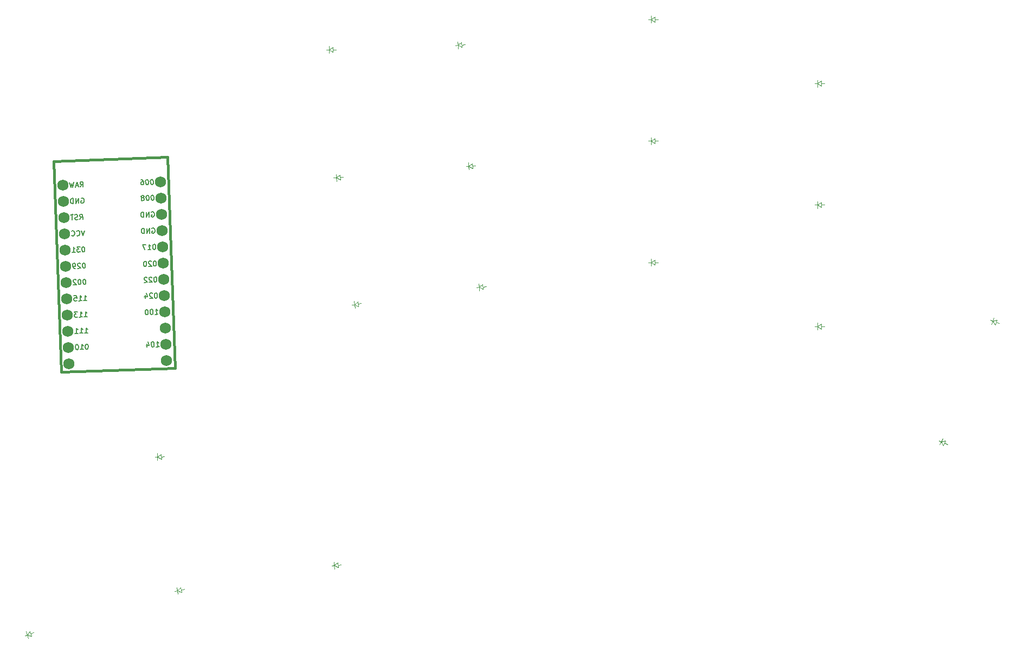
<source format=gbr>
%TF.GenerationSoftware,KiCad,Pcbnew,8.0.6*%
%TF.CreationDate,2025-01-06T03:58:56-07:00*%
%TF.ProjectId,right_circuit,72696768-745f-4636-9972-637569742e6b,v1.0.0*%
%TF.SameCoordinates,Original*%
%TF.FileFunction,Legend,Bot*%
%TF.FilePolarity,Positive*%
%FSLAX46Y46*%
G04 Gerber Fmt 4.6, Leading zero omitted, Abs format (unit mm)*
G04 Created by KiCad (PCBNEW 8.0.6) date 2025-01-06 03:58:56*
%MOMM*%
%LPD*%
G01*
G04 APERTURE LIST*
%ADD10C,0.150000*%
%ADD11C,0.100000*%
%ADD12C,0.381000*%
%ADD13C,1.752600*%
G04 APERTURE END LIST*
D10*
X124866118Y-136612088D02*
X125322982Y-136596134D01*
X125094550Y-136604111D02*
X125066630Y-135804598D01*
X125066630Y-135804598D02*
X125146763Y-135916155D01*
X125146763Y-135916155D02*
X125225566Y-135989640D01*
X125225566Y-135989640D02*
X125303040Y-136025053D01*
X124104677Y-136638678D02*
X124561541Y-136622724D01*
X124333109Y-136630701D02*
X124305189Y-135831188D01*
X124305189Y-135831188D02*
X124385322Y-135942745D01*
X124385322Y-135942745D02*
X124464125Y-136016231D01*
X124464125Y-136016231D02*
X124541599Y-136051644D01*
X123353388Y-135864426D02*
X123734109Y-135851131D01*
X123734109Y-135851131D02*
X123785476Y-136230522D01*
X123785476Y-136230522D02*
X123746074Y-136193779D01*
X123746074Y-136193779D02*
X123668601Y-136158366D01*
X123668601Y-136158366D02*
X123478241Y-136165014D01*
X123478241Y-136165014D02*
X123403426Y-136205745D01*
X123403426Y-136205745D02*
X123366683Y-136245146D01*
X123366683Y-136245146D02*
X123331270Y-136322620D01*
X123331270Y-136322620D02*
X123337918Y-136512980D01*
X123337918Y-136512980D02*
X123378649Y-136587795D01*
X123378649Y-136587795D02*
X123418051Y-136624537D01*
X123418051Y-136624537D02*
X123495524Y-136659950D01*
X123495524Y-136659950D02*
X123685884Y-136653303D01*
X123685884Y-136653303D02*
X123760699Y-136612572D01*
X123760699Y-136612572D02*
X123797441Y-136573170D01*
X136172337Y-135416779D02*
X136096193Y-135419438D01*
X136096193Y-135419438D02*
X136021379Y-135460169D01*
X136021379Y-135460169D02*
X135984636Y-135499570D01*
X135984636Y-135499570D02*
X135949223Y-135577044D01*
X135949223Y-135577044D02*
X135916469Y-135730662D01*
X135916469Y-135730662D02*
X135923117Y-135921022D01*
X135923117Y-135921022D02*
X135966507Y-136071980D01*
X135966507Y-136071980D02*
X136007238Y-136146795D01*
X136007238Y-136146795D02*
X136046639Y-136183537D01*
X136046639Y-136183537D02*
X136124113Y-136218950D01*
X136124113Y-136218950D02*
X136200257Y-136216291D01*
X136200257Y-136216291D02*
X136275071Y-136175560D01*
X136275071Y-136175560D02*
X136311814Y-136136159D01*
X136311814Y-136136159D02*
X136347227Y-136058685D01*
X136347227Y-136058685D02*
X136379981Y-135905068D01*
X136379981Y-135905068D02*
X136373334Y-135714708D01*
X136373334Y-135714708D02*
X136329943Y-135563749D01*
X136329943Y-135563749D02*
X136289212Y-135488934D01*
X136289212Y-135488934D02*
X136249811Y-135452192D01*
X136249811Y-135452192D02*
X136172337Y-135416779D01*
X135603916Y-135512865D02*
X135564514Y-135476123D01*
X135564514Y-135476123D02*
X135487041Y-135440710D01*
X135487041Y-135440710D02*
X135296680Y-135447357D01*
X135296680Y-135447357D02*
X135221866Y-135488088D01*
X135221866Y-135488088D02*
X135185123Y-135527490D01*
X135185123Y-135527490D02*
X135149710Y-135604964D01*
X135149710Y-135604964D02*
X135152369Y-135681108D01*
X135152369Y-135681108D02*
X135194430Y-135793994D01*
X135194430Y-135793994D02*
X135667248Y-136234905D01*
X135667248Y-136234905D02*
X135172312Y-136252188D01*
X134468402Y-135743111D02*
X134487015Y-136276119D01*
X134648126Y-135431887D02*
X134858429Y-135996320D01*
X134858429Y-135996320D02*
X134363492Y-136013603D01*
X125043408Y-141688994D02*
X125500272Y-141673040D01*
X125271840Y-141681017D02*
X125243920Y-140881504D01*
X125243920Y-140881504D02*
X125324053Y-140993061D01*
X125324053Y-140993061D02*
X125402856Y-141066546D01*
X125402856Y-141066546D02*
X125480330Y-141101959D01*
X124281967Y-141715584D02*
X124738831Y-141699630D01*
X124510399Y-141707607D02*
X124482479Y-140908094D01*
X124482479Y-140908094D02*
X124562612Y-141019651D01*
X124562612Y-141019651D02*
X124641415Y-141093137D01*
X124641415Y-141093137D02*
X124718889Y-141128550D01*
X123520526Y-141742174D02*
X123977390Y-141726220D01*
X123748958Y-141734197D02*
X123721039Y-140934684D01*
X123721039Y-140934684D02*
X123801171Y-141046242D01*
X123801171Y-141046242D02*
X123879974Y-141119727D01*
X123879974Y-141119727D02*
X123957448Y-141155140D01*
X135463939Y-122771893D02*
X135538754Y-122731162D01*
X135538754Y-122731162D02*
X135652970Y-122727174D01*
X135652970Y-122727174D02*
X135768515Y-122761257D01*
X135768515Y-122761257D02*
X135847319Y-122834742D01*
X135847319Y-122834742D02*
X135888050Y-122909557D01*
X135888050Y-122909557D02*
X135931440Y-123060516D01*
X135931440Y-123060516D02*
X135935428Y-123174732D01*
X135935428Y-123174732D02*
X135902674Y-123328349D01*
X135902674Y-123328349D02*
X135867261Y-123405823D01*
X135867261Y-123405823D02*
X135793776Y-123484626D01*
X135793776Y-123484626D02*
X135680889Y-123526686D01*
X135680889Y-123526686D02*
X135604745Y-123529345D01*
X135604745Y-123529345D02*
X135489200Y-123495262D01*
X135489200Y-123495262D02*
X135449798Y-123458519D01*
X135449798Y-123458519D02*
X135440492Y-123192015D01*
X135440492Y-123192015D02*
X135592780Y-123186697D01*
X135109809Y-123546629D02*
X135081889Y-122747116D01*
X135081889Y-122747116D02*
X134652945Y-123562583D01*
X134652945Y-123562583D02*
X134625025Y-122763070D01*
X134272225Y-123575878D02*
X134244305Y-122776365D01*
X134244305Y-122776365D02*
X134053945Y-122783013D01*
X134053945Y-122783013D02*
X133941058Y-122825074D01*
X133941058Y-122825074D02*
X133867573Y-122903877D01*
X133867573Y-122903877D02*
X133832160Y-122981350D01*
X133832160Y-122981350D02*
X133799406Y-123134968D01*
X133799406Y-123134968D02*
X133803395Y-123249184D01*
X133803395Y-123249184D02*
X133846785Y-123400143D01*
X133846785Y-123400143D02*
X133887516Y-123474957D01*
X133887516Y-123474957D02*
X133966319Y-123548442D01*
X133966319Y-123548442D02*
X134081864Y-123582526D01*
X134081864Y-123582526D02*
X134272225Y-123575878D01*
X136199687Y-143840956D02*
X136656551Y-143825002D01*
X136428119Y-143832979D02*
X136400199Y-143033466D01*
X136400199Y-143033466D02*
X136480332Y-143145023D01*
X136480332Y-143145023D02*
X136559135Y-143218508D01*
X136559135Y-143218508D02*
X136636609Y-143253921D01*
X135676830Y-143058727D02*
X135600686Y-143061386D01*
X135600686Y-143061386D02*
X135525872Y-143102117D01*
X135525872Y-143102117D02*
X135489129Y-143141518D01*
X135489129Y-143141518D02*
X135453716Y-143218992D01*
X135453716Y-143218992D02*
X135420962Y-143372610D01*
X135420962Y-143372610D02*
X135427610Y-143562970D01*
X135427610Y-143562970D02*
X135471000Y-143713928D01*
X135471000Y-143713928D02*
X135511731Y-143788743D01*
X135511731Y-143788743D02*
X135551132Y-143825486D01*
X135551132Y-143825486D02*
X135628606Y-143860899D01*
X135628606Y-143860899D02*
X135704750Y-143858240D01*
X135704750Y-143858240D02*
X135779565Y-143817509D01*
X135779565Y-143817509D02*
X135816307Y-143778107D01*
X135816307Y-143778107D02*
X135851720Y-143700633D01*
X135851720Y-143700633D02*
X135884474Y-143547016D01*
X135884474Y-143547016D02*
X135877827Y-143356656D01*
X135877827Y-143356656D02*
X135834437Y-143205697D01*
X135834437Y-143205697D02*
X135793706Y-143130882D01*
X135793706Y-143130882D02*
X135754304Y-143094140D01*
X135754304Y-143094140D02*
X135676830Y-143058727D01*
X134734336Y-143358469D02*
X134752949Y-143891477D01*
X134914060Y-143047245D02*
X135124363Y-143611678D01*
X135124363Y-143611678D02*
X134629426Y-143628961D01*
X124954763Y-139150541D02*
X125411627Y-139134587D01*
X125183195Y-139142564D02*
X125155275Y-138343051D01*
X125155275Y-138343051D02*
X125235408Y-138454608D01*
X125235408Y-138454608D02*
X125314211Y-138528093D01*
X125314211Y-138528093D02*
X125391685Y-138563506D01*
X124193322Y-139177131D02*
X124650186Y-139161177D01*
X124421754Y-139169154D02*
X124393834Y-138369641D01*
X124393834Y-138369641D02*
X124473967Y-138481198D01*
X124473967Y-138481198D02*
X124552770Y-138554684D01*
X124552770Y-138554684D02*
X124630244Y-138590097D01*
X123898898Y-138386925D02*
X123403961Y-138404209D01*
X123403961Y-138404209D02*
X123681102Y-138699478D01*
X123681102Y-138699478D02*
X123566886Y-138703467D01*
X123566886Y-138703467D02*
X123492071Y-138744198D01*
X123492071Y-138744198D02*
X123455328Y-138783599D01*
X123455328Y-138783599D02*
X123419915Y-138861073D01*
X123419915Y-138861073D02*
X123426563Y-139051433D01*
X123426563Y-139051433D02*
X123467294Y-139126248D01*
X123467294Y-139126248D02*
X123506696Y-139162990D01*
X123506696Y-139162990D02*
X123584169Y-139198403D01*
X123584169Y-139198403D02*
X123812601Y-139190426D01*
X123812601Y-139190426D02*
X123887416Y-139149695D01*
X123887416Y-139149695D02*
X123924158Y-139110294D01*
X136022398Y-138764051D02*
X136479262Y-138748097D01*
X136250830Y-138756074D02*
X136222910Y-137956561D01*
X136222910Y-137956561D02*
X136303043Y-138068118D01*
X136303043Y-138068118D02*
X136381846Y-138141603D01*
X136381846Y-138141603D02*
X136459320Y-138177016D01*
X135499541Y-137981822D02*
X135423397Y-137984481D01*
X135423397Y-137984481D02*
X135348583Y-138025212D01*
X135348583Y-138025212D02*
X135311840Y-138064613D01*
X135311840Y-138064613D02*
X135276427Y-138142087D01*
X135276427Y-138142087D02*
X135243673Y-138295705D01*
X135243673Y-138295705D02*
X135250321Y-138486065D01*
X135250321Y-138486065D02*
X135293711Y-138637023D01*
X135293711Y-138637023D02*
X135334442Y-138711838D01*
X135334442Y-138711838D02*
X135373843Y-138748581D01*
X135373843Y-138748581D02*
X135451317Y-138783994D01*
X135451317Y-138783994D02*
X135527461Y-138781335D01*
X135527461Y-138781335D02*
X135602276Y-138740604D01*
X135602276Y-138740604D02*
X135639018Y-138701202D01*
X135639018Y-138701202D02*
X135674431Y-138623728D01*
X135674431Y-138623728D02*
X135707185Y-138470111D01*
X135707185Y-138470111D02*
X135700538Y-138279751D01*
X135700538Y-138279751D02*
X135657148Y-138128792D01*
X135657148Y-138128792D02*
X135616417Y-138053977D01*
X135616417Y-138053977D02*
X135577015Y-138017235D01*
X135577015Y-138017235D02*
X135499541Y-137981822D01*
X134738101Y-138008412D02*
X134661957Y-138011071D01*
X134661957Y-138011071D02*
X134587142Y-138051802D01*
X134587142Y-138051802D02*
X134550399Y-138091204D01*
X134550399Y-138091204D02*
X134514986Y-138168677D01*
X134514986Y-138168677D02*
X134482232Y-138322295D01*
X134482232Y-138322295D02*
X134488880Y-138512655D01*
X134488880Y-138512655D02*
X134532270Y-138663614D01*
X134532270Y-138663614D02*
X134573001Y-138738428D01*
X134573001Y-138738428D02*
X134612403Y-138775171D01*
X134612403Y-138775171D02*
X134689876Y-138810584D01*
X134689876Y-138810584D02*
X134766020Y-138807925D01*
X134766020Y-138807925D02*
X134840835Y-138767194D01*
X134840835Y-138767194D02*
X134877577Y-138727792D01*
X134877577Y-138727792D02*
X134912990Y-138650319D01*
X134912990Y-138650319D02*
X134945744Y-138496701D01*
X134945744Y-138496701D02*
X134939097Y-138306341D01*
X134939097Y-138306341D02*
X134895707Y-138155382D01*
X134895707Y-138155382D02*
X134854976Y-138080568D01*
X134854976Y-138080568D02*
X134815574Y-138043825D01*
X134815574Y-138043825D02*
X134738101Y-138008412D01*
X135997486Y-130409831D02*
X135921342Y-130412490D01*
X135921342Y-130412490D02*
X135846528Y-130453221D01*
X135846528Y-130453221D02*
X135809785Y-130492622D01*
X135809785Y-130492622D02*
X135774372Y-130570096D01*
X135774372Y-130570096D02*
X135741618Y-130723714D01*
X135741618Y-130723714D02*
X135748266Y-130914074D01*
X135748266Y-130914074D02*
X135791656Y-131065032D01*
X135791656Y-131065032D02*
X135832387Y-131139847D01*
X135832387Y-131139847D02*
X135871788Y-131176589D01*
X135871788Y-131176589D02*
X135949262Y-131212002D01*
X135949262Y-131212002D02*
X136025406Y-131209343D01*
X136025406Y-131209343D02*
X136100220Y-131168612D01*
X136100220Y-131168612D02*
X136136963Y-131129211D01*
X136136963Y-131129211D02*
X136172376Y-131051737D01*
X136172376Y-131051737D02*
X136205130Y-130898120D01*
X136205130Y-130898120D02*
X136198483Y-130707760D01*
X136198483Y-130707760D02*
X136155092Y-130556801D01*
X136155092Y-130556801D02*
X136114361Y-130481986D01*
X136114361Y-130481986D02*
X136074960Y-130445244D01*
X136074960Y-130445244D02*
X135997486Y-130409831D01*
X135429065Y-130505917D02*
X135389663Y-130469175D01*
X135389663Y-130469175D02*
X135312190Y-130433762D01*
X135312190Y-130433762D02*
X135121829Y-130440409D01*
X135121829Y-130440409D02*
X135047015Y-130481140D01*
X135047015Y-130481140D02*
X135010272Y-130520542D01*
X135010272Y-130520542D02*
X134974859Y-130598016D01*
X134974859Y-130598016D02*
X134977518Y-130674160D01*
X134977518Y-130674160D02*
X135019579Y-130787046D01*
X135019579Y-130787046D02*
X135492397Y-131227957D01*
X135492397Y-131227957D02*
X134997461Y-131245240D01*
X134474605Y-130463011D02*
X134398461Y-130465670D01*
X134398461Y-130465670D02*
X134323646Y-130506401D01*
X134323646Y-130506401D02*
X134286903Y-130545803D01*
X134286903Y-130545803D02*
X134251490Y-130623276D01*
X134251490Y-130623276D02*
X134218736Y-130776894D01*
X134218736Y-130776894D02*
X134225384Y-130967254D01*
X134225384Y-130967254D02*
X134268774Y-131118213D01*
X134268774Y-131118213D02*
X134309505Y-131193027D01*
X134309505Y-131193027D02*
X134348907Y-131229770D01*
X134348907Y-131229770D02*
X134426380Y-131265183D01*
X134426380Y-131265183D02*
X134502524Y-131262524D01*
X134502524Y-131262524D02*
X134577339Y-131221793D01*
X134577339Y-131221793D02*
X134614081Y-131182391D01*
X134614081Y-131182391D02*
X134649494Y-131104918D01*
X134649494Y-131104918D02*
X134682248Y-130951300D01*
X134682248Y-130951300D02*
X134675601Y-130760940D01*
X134675601Y-130760940D02*
X134632211Y-130609981D01*
X134632211Y-130609981D02*
X134591480Y-130535167D01*
X134591480Y-130535167D02*
X134552078Y-130498424D01*
X134552078Y-130498424D02*
X134474605Y-130463011D01*
X124328078Y-118840039D02*
X124581287Y-118450012D01*
X124784942Y-118824085D02*
X124757023Y-118024573D01*
X124757023Y-118024573D02*
X124452446Y-118035209D01*
X124452446Y-118035209D02*
X124377632Y-118075940D01*
X124377632Y-118075940D02*
X124340889Y-118115341D01*
X124340889Y-118115341D02*
X124305476Y-118192815D01*
X124305476Y-118192815D02*
X124309465Y-118307031D01*
X124309465Y-118307031D02*
X124350196Y-118381845D01*
X124350196Y-118381845D02*
X124389597Y-118418588D01*
X124389597Y-118418588D02*
X124467071Y-118454001D01*
X124467071Y-118454001D02*
X124771647Y-118443365D01*
X124015525Y-118622243D02*
X123634804Y-118635538D01*
X124099646Y-118848016D02*
X123805222Y-118057810D01*
X123805222Y-118057810D02*
X123566637Y-118866629D01*
X123348358Y-118073764D02*
X123185917Y-118879924D01*
X123185917Y-118879924D02*
X123013687Y-118314162D01*
X123013687Y-118314162D02*
X122881341Y-118890560D01*
X122881341Y-118890560D02*
X122663061Y-118097695D01*
X124276936Y-123924922D02*
X124530146Y-123534895D01*
X124733801Y-123908968D02*
X124705881Y-123109455D01*
X124705881Y-123109455D02*
X124401305Y-123120091D01*
X124401305Y-123120091D02*
X124326490Y-123160822D01*
X124326490Y-123160822D02*
X124289748Y-123200224D01*
X124289748Y-123200224D02*
X124254335Y-123277697D01*
X124254335Y-123277697D02*
X124258323Y-123391913D01*
X124258323Y-123391913D02*
X124299054Y-123466728D01*
X124299054Y-123466728D02*
X124338456Y-123503470D01*
X124338456Y-123503470D02*
X124415930Y-123538883D01*
X124415930Y-123538883D02*
X124720506Y-123528247D01*
X123971031Y-123897486D02*
X123858144Y-123939546D01*
X123858144Y-123939546D02*
X123667784Y-123946194D01*
X123667784Y-123946194D02*
X123590310Y-123910781D01*
X123590310Y-123910781D02*
X123550909Y-123874038D01*
X123550909Y-123874038D02*
X123510178Y-123799224D01*
X123510178Y-123799224D02*
X123507519Y-123723080D01*
X123507519Y-123723080D02*
X123542932Y-123645606D01*
X123542932Y-123645606D02*
X123579674Y-123606205D01*
X123579674Y-123606205D02*
X123654489Y-123565474D01*
X123654489Y-123565474D02*
X123805448Y-123522083D01*
X123805448Y-123522083D02*
X123880262Y-123481352D01*
X123880262Y-123481352D02*
X123917005Y-123441951D01*
X123917005Y-123441951D02*
X123952418Y-123364477D01*
X123952418Y-123364477D02*
X123949759Y-123288333D01*
X123949759Y-123288333D02*
X123909028Y-123213519D01*
X123909028Y-123213519D02*
X123869626Y-123176776D01*
X123869626Y-123176776D02*
X123792153Y-123141363D01*
X123792153Y-123141363D02*
X123601792Y-123148011D01*
X123601792Y-123148011D02*
X123488906Y-123190071D01*
X123259144Y-123159976D02*
X122802279Y-123175930D01*
X123058631Y-123967466D02*
X123030712Y-123167953D01*
X124927413Y-130726364D02*
X124851269Y-130729023D01*
X124851269Y-130729023D02*
X124776455Y-130769754D01*
X124776455Y-130769754D02*
X124739712Y-130809155D01*
X124739712Y-130809155D02*
X124704299Y-130886629D01*
X124704299Y-130886629D02*
X124671545Y-131040247D01*
X124671545Y-131040247D02*
X124678193Y-131230607D01*
X124678193Y-131230607D02*
X124721583Y-131381565D01*
X124721583Y-131381565D02*
X124762314Y-131456380D01*
X124762314Y-131456380D02*
X124801715Y-131493122D01*
X124801715Y-131493122D02*
X124879189Y-131528535D01*
X124879189Y-131528535D02*
X124955333Y-131525876D01*
X124955333Y-131525876D02*
X125030147Y-131485145D01*
X125030147Y-131485145D02*
X125066890Y-131445744D01*
X125066890Y-131445744D02*
X125102303Y-131368270D01*
X125102303Y-131368270D02*
X125135057Y-131214653D01*
X125135057Y-131214653D02*
X125128410Y-131024293D01*
X125128410Y-131024293D02*
X125085019Y-130873334D01*
X125085019Y-130873334D02*
X125044288Y-130798519D01*
X125044288Y-130798519D02*
X125004887Y-130761777D01*
X125004887Y-130761777D02*
X124927413Y-130726364D01*
X124358992Y-130822450D02*
X124319590Y-130785708D01*
X124319590Y-130785708D02*
X124242117Y-130750295D01*
X124242117Y-130750295D02*
X124051756Y-130756942D01*
X124051756Y-130756942D02*
X123976942Y-130797673D01*
X123976942Y-130797673D02*
X123940199Y-130837075D01*
X123940199Y-130837075D02*
X123904786Y-130914549D01*
X123904786Y-130914549D02*
X123907445Y-130990693D01*
X123907445Y-130990693D02*
X123949506Y-131103579D01*
X123949506Y-131103579D02*
X124422324Y-131544490D01*
X124422324Y-131544490D02*
X123927388Y-131561773D01*
X123546667Y-131575068D02*
X123394379Y-131580386D01*
X123394379Y-131580386D02*
X123316906Y-131544973D01*
X123316906Y-131544973D02*
X123277504Y-131508231D01*
X123277504Y-131508231D02*
X123197371Y-131396674D01*
X123197371Y-131396674D02*
X123153981Y-131245715D01*
X123153981Y-131245715D02*
X123143345Y-130941139D01*
X123143345Y-130941139D02*
X123178758Y-130863665D01*
X123178758Y-130863665D02*
X123215501Y-130824264D01*
X123215501Y-130824264D02*
X123290316Y-130783532D01*
X123290316Y-130783532D02*
X123442604Y-130778214D01*
X123442604Y-130778214D02*
X123520077Y-130813628D01*
X123520077Y-130813628D02*
X123559479Y-130850370D01*
X123559479Y-130850370D02*
X123600210Y-130925185D01*
X123600210Y-130925185D02*
X123606857Y-131115545D01*
X123606857Y-131115545D02*
X123571444Y-131193018D01*
X123571444Y-131193018D02*
X123534702Y-131232420D01*
X123534702Y-131232420D02*
X123459887Y-131273151D01*
X123459887Y-131273151D02*
X123307599Y-131278469D01*
X123307599Y-131278469D02*
X123230126Y-131243056D01*
X123230126Y-131243056D02*
X123190724Y-131206313D01*
X123190724Y-131206313D02*
X123149993Y-131131499D01*
X124838768Y-128187911D02*
X124762624Y-128190570D01*
X124762624Y-128190570D02*
X124687810Y-128231301D01*
X124687810Y-128231301D02*
X124651067Y-128270702D01*
X124651067Y-128270702D02*
X124615654Y-128348176D01*
X124615654Y-128348176D02*
X124582900Y-128501794D01*
X124582900Y-128501794D02*
X124589548Y-128692154D01*
X124589548Y-128692154D02*
X124632938Y-128843112D01*
X124632938Y-128843112D02*
X124673669Y-128917927D01*
X124673669Y-128917927D02*
X124713070Y-128954669D01*
X124713070Y-128954669D02*
X124790544Y-128990082D01*
X124790544Y-128990082D02*
X124866688Y-128987423D01*
X124866688Y-128987423D02*
X124941502Y-128946692D01*
X124941502Y-128946692D02*
X124978245Y-128907291D01*
X124978245Y-128907291D02*
X125013658Y-128829817D01*
X125013658Y-128829817D02*
X125046412Y-128676200D01*
X125046412Y-128676200D02*
X125039765Y-128485840D01*
X125039765Y-128485840D02*
X124996374Y-128334881D01*
X124996374Y-128334881D02*
X124955643Y-128260066D01*
X124955643Y-128260066D02*
X124916242Y-128223324D01*
X124916242Y-128223324D02*
X124838768Y-128187911D01*
X124305760Y-128206524D02*
X123810823Y-128223807D01*
X123810823Y-128223807D02*
X124087964Y-128519077D01*
X124087964Y-128519077D02*
X123973747Y-128523066D01*
X123973747Y-128523066D02*
X123898933Y-128563797D01*
X123898933Y-128563797D02*
X123862190Y-128603198D01*
X123862190Y-128603198D02*
X123826777Y-128680672D01*
X123826777Y-128680672D02*
X123833425Y-128871032D01*
X123833425Y-128871032D02*
X123874156Y-128945847D01*
X123874156Y-128945847D02*
X123913557Y-128982589D01*
X123913557Y-128982589D02*
X123991031Y-129018002D01*
X123991031Y-129018002D02*
X124219463Y-129010025D01*
X124219463Y-129010025D02*
X124294278Y-128969294D01*
X124294278Y-128969294D02*
X124331020Y-128929892D01*
X123077302Y-129049910D02*
X123534166Y-129033956D01*
X123305734Y-129041933D02*
X123277815Y-128242420D01*
X123277815Y-128242420D02*
X123357947Y-128353978D01*
X123357947Y-128353978D02*
X123436750Y-128427463D01*
X123436750Y-128427463D02*
X123514224Y-128462876D01*
X125016057Y-133264817D02*
X124939913Y-133267476D01*
X124939913Y-133267476D02*
X124865099Y-133308207D01*
X124865099Y-133308207D02*
X124828356Y-133347608D01*
X124828356Y-133347608D02*
X124792943Y-133425082D01*
X124792943Y-133425082D02*
X124760189Y-133578700D01*
X124760189Y-133578700D02*
X124766837Y-133769060D01*
X124766837Y-133769060D02*
X124810227Y-133920018D01*
X124810227Y-133920018D02*
X124850958Y-133994833D01*
X124850958Y-133994833D02*
X124890359Y-134031575D01*
X124890359Y-134031575D02*
X124967833Y-134066988D01*
X124967833Y-134066988D02*
X125043977Y-134064329D01*
X125043977Y-134064329D02*
X125118791Y-134023598D01*
X125118791Y-134023598D02*
X125155534Y-133984197D01*
X125155534Y-133984197D02*
X125190947Y-133906723D01*
X125190947Y-133906723D02*
X125223701Y-133753106D01*
X125223701Y-133753106D02*
X125217054Y-133562746D01*
X125217054Y-133562746D02*
X125173663Y-133411787D01*
X125173663Y-133411787D02*
X125132932Y-133336972D01*
X125132932Y-133336972D02*
X125093531Y-133300230D01*
X125093531Y-133300230D02*
X125016057Y-133264817D01*
X124254616Y-133291407D02*
X124178472Y-133294066D01*
X124178472Y-133294066D02*
X124103658Y-133334797D01*
X124103658Y-133334797D02*
X124066915Y-133374198D01*
X124066915Y-133374198D02*
X124031502Y-133451672D01*
X124031502Y-133451672D02*
X123998748Y-133605290D01*
X123998748Y-133605290D02*
X124005396Y-133795650D01*
X124005396Y-133795650D02*
X124048786Y-133946608D01*
X124048786Y-133946608D02*
X124089517Y-134021423D01*
X124089517Y-134021423D02*
X124128918Y-134058166D01*
X124128918Y-134058166D02*
X124206392Y-134093579D01*
X124206392Y-134093579D02*
X124282536Y-134090920D01*
X124282536Y-134090920D02*
X124357351Y-134050189D01*
X124357351Y-134050189D02*
X124394093Y-134010787D01*
X124394093Y-134010787D02*
X124429506Y-133933313D01*
X124429506Y-133933313D02*
X124462260Y-133779696D01*
X124462260Y-133779696D02*
X124455613Y-133589336D01*
X124455613Y-133589336D02*
X124412223Y-133438377D01*
X124412223Y-133438377D02*
X124371492Y-133363562D01*
X124371492Y-133363562D02*
X124332090Y-133326820D01*
X124332090Y-133326820D02*
X124254616Y-133291407D01*
X123686195Y-133387494D02*
X123646793Y-133350751D01*
X123646793Y-133350751D02*
X123569320Y-133315338D01*
X123569320Y-133315338D02*
X123378960Y-133321985D01*
X123378960Y-133321985D02*
X123304145Y-133362717D01*
X123304145Y-133362717D02*
X123267402Y-133402118D01*
X123267402Y-133402118D02*
X123231989Y-133479592D01*
X123231989Y-133479592D02*
X123234648Y-133555736D01*
X123234648Y-133555736D02*
X123276709Y-133668622D01*
X123276709Y-133668622D02*
X123749527Y-134109533D01*
X123749527Y-134109533D02*
X123254591Y-134126816D01*
X136084739Y-132908308D02*
X136008595Y-132910967D01*
X136008595Y-132910967D02*
X135933781Y-132951698D01*
X135933781Y-132951698D02*
X135897038Y-132991099D01*
X135897038Y-132991099D02*
X135861625Y-133068573D01*
X135861625Y-133068573D02*
X135828871Y-133222191D01*
X135828871Y-133222191D02*
X135835519Y-133412551D01*
X135835519Y-133412551D02*
X135878909Y-133563509D01*
X135878909Y-133563509D02*
X135919640Y-133638324D01*
X135919640Y-133638324D02*
X135959041Y-133675066D01*
X135959041Y-133675066D02*
X136036515Y-133710479D01*
X136036515Y-133710479D02*
X136112659Y-133707820D01*
X136112659Y-133707820D02*
X136187473Y-133667089D01*
X136187473Y-133667089D02*
X136224216Y-133627688D01*
X136224216Y-133627688D02*
X136259629Y-133550214D01*
X136259629Y-133550214D02*
X136292383Y-133396597D01*
X136292383Y-133396597D02*
X136285736Y-133206237D01*
X136285736Y-133206237D02*
X136242345Y-133055278D01*
X136242345Y-133055278D02*
X136201614Y-132980463D01*
X136201614Y-132980463D02*
X136162213Y-132943721D01*
X136162213Y-132943721D02*
X136084739Y-132908308D01*
X135516318Y-133004394D02*
X135476916Y-132967652D01*
X135476916Y-132967652D02*
X135399443Y-132932239D01*
X135399443Y-132932239D02*
X135209082Y-132938886D01*
X135209082Y-132938886D02*
X135134268Y-132979617D01*
X135134268Y-132979617D02*
X135097525Y-133019019D01*
X135097525Y-133019019D02*
X135062112Y-133096493D01*
X135062112Y-133096493D02*
X135064771Y-133172637D01*
X135064771Y-133172637D02*
X135106832Y-133285523D01*
X135106832Y-133285523D02*
X135579650Y-133726434D01*
X135579650Y-133726434D02*
X135084714Y-133743717D01*
X134754877Y-133030985D02*
X134715475Y-132994242D01*
X134715475Y-132994242D02*
X134638002Y-132958829D01*
X134638002Y-132958829D02*
X134447642Y-132965476D01*
X134447642Y-132965476D02*
X134372827Y-133006208D01*
X134372827Y-133006208D02*
X134336084Y-133045609D01*
X134336084Y-133045609D02*
X134300671Y-133123083D01*
X134300671Y-133123083D02*
X134303330Y-133199227D01*
X134303330Y-133199227D02*
X134345391Y-133312113D01*
X134345391Y-133312113D02*
X134818209Y-133753024D01*
X134818209Y-133753024D02*
X134323273Y-133770307D01*
X135638026Y-120116105D02*
X135561882Y-120118764D01*
X135561882Y-120118764D02*
X135487068Y-120159495D01*
X135487068Y-120159495D02*
X135450325Y-120198896D01*
X135450325Y-120198896D02*
X135414912Y-120276370D01*
X135414912Y-120276370D02*
X135382158Y-120429988D01*
X135382158Y-120429988D02*
X135388806Y-120620348D01*
X135388806Y-120620348D02*
X135432196Y-120771306D01*
X135432196Y-120771306D02*
X135472927Y-120846121D01*
X135472927Y-120846121D02*
X135512328Y-120882863D01*
X135512328Y-120882863D02*
X135589802Y-120918276D01*
X135589802Y-120918276D02*
X135665946Y-120915617D01*
X135665946Y-120915617D02*
X135740760Y-120874886D01*
X135740760Y-120874886D02*
X135777503Y-120835485D01*
X135777503Y-120835485D02*
X135812916Y-120758011D01*
X135812916Y-120758011D02*
X135845670Y-120604394D01*
X135845670Y-120604394D02*
X135839023Y-120414034D01*
X135839023Y-120414034D02*
X135795632Y-120263075D01*
X135795632Y-120263075D02*
X135754901Y-120188260D01*
X135754901Y-120188260D02*
X135715500Y-120151518D01*
X135715500Y-120151518D02*
X135638026Y-120116105D01*
X134876585Y-120142695D02*
X134800441Y-120145354D01*
X134800441Y-120145354D02*
X134725627Y-120186085D01*
X134725627Y-120186085D02*
X134688884Y-120225486D01*
X134688884Y-120225486D02*
X134653471Y-120302960D01*
X134653471Y-120302960D02*
X134620717Y-120456578D01*
X134620717Y-120456578D02*
X134627365Y-120646938D01*
X134627365Y-120646938D02*
X134670755Y-120797896D01*
X134670755Y-120797896D02*
X134711486Y-120872711D01*
X134711486Y-120872711D02*
X134750887Y-120909454D01*
X134750887Y-120909454D02*
X134828361Y-120944867D01*
X134828361Y-120944867D02*
X134904505Y-120942208D01*
X134904505Y-120942208D02*
X134979320Y-120901477D01*
X134979320Y-120901477D02*
X135016062Y-120862075D01*
X135016062Y-120862075D02*
X135051475Y-120784601D01*
X135051475Y-120784601D02*
X135084229Y-120630984D01*
X135084229Y-120630984D02*
X135077582Y-120440624D01*
X135077582Y-120440624D02*
X135034192Y-120289665D01*
X135034192Y-120289665D02*
X134993461Y-120214850D01*
X134993461Y-120214850D02*
X134954059Y-120178108D01*
X134954059Y-120178108D02*
X134876585Y-120142695D01*
X134165182Y-120510604D02*
X134239997Y-120469873D01*
X134239997Y-120469873D02*
X134276739Y-120430471D01*
X134276739Y-120430471D02*
X134312152Y-120352998D01*
X134312152Y-120352998D02*
X134310823Y-120314926D01*
X134310823Y-120314926D02*
X134270092Y-120240111D01*
X134270092Y-120240111D02*
X134230690Y-120203369D01*
X134230690Y-120203369D02*
X134153217Y-120167955D01*
X134153217Y-120167955D02*
X134000929Y-120173273D01*
X134000929Y-120173273D02*
X133926114Y-120214005D01*
X133926114Y-120214005D02*
X133889371Y-120253406D01*
X133889371Y-120253406D02*
X133853958Y-120330880D01*
X133853958Y-120330880D02*
X133855288Y-120368952D01*
X133855288Y-120368952D02*
X133896019Y-120443766D01*
X133896019Y-120443766D02*
X133935420Y-120480509D01*
X133935420Y-120480509D02*
X134012894Y-120515922D01*
X134012894Y-120515922D02*
X134165182Y-120510604D01*
X134165182Y-120510604D02*
X134242656Y-120546017D01*
X134242656Y-120546017D02*
X134282057Y-120582759D01*
X134282057Y-120582759D02*
X134322788Y-120657574D01*
X134322788Y-120657574D02*
X134328106Y-120809862D01*
X134328106Y-120809862D02*
X134292693Y-120887336D01*
X134292693Y-120887336D02*
X134255951Y-120926737D01*
X134255951Y-120926737D02*
X134181136Y-120967468D01*
X134181136Y-120967468D02*
X134028848Y-120972786D01*
X134028848Y-120972786D02*
X133951375Y-120937373D01*
X133951375Y-120937373D02*
X133911973Y-120900631D01*
X133911973Y-120900631D02*
X133871242Y-120825816D01*
X133871242Y-120825816D02*
X133865924Y-120673528D01*
X133865924Y-120673528D02*
X133901337Y-120596054D01*
X133901337Y-120596054D02*
X133938079Y-120556653D01*
X133938079Y-120556653D02*
X134012894Y-120515922D01*
X124466277Y-120614392D02*
X124541092Y-120573661D01*
X124541092Y-120573661D02*
X124655308Y-120569673D01*
X124655308Y-120569673D02*
X124770853Y-120603756D01*
X124770853Y-120603756D02*
X124849657Y-120677241D01*
X124849657Y-120677241D02*
X124890388Y-120752056D01*
X124890388Y-120752056D02*
X124933778Y-120903015D01*
X124933778Y-120903015D02*
X124937766Y-121017231D01*
X124937766Y-121017231D02*
X124905012Y-121170848D01*
X124905012Y-121170848D02*
X124869599Y-121248322D01*
X124869599Y-121248322D02*
X124796114Y-121327125D01*
X124796114Y-121327125D02*
X124683227Y-121369185D01*
X124683227Y-121369185D02*
X124607083Y-121371844D01*
X124607083Y-121371844D02*
X124491538Y-121337761D01*
X124491538Y-121337761D02*
X124452136Y-121301018D01*
X124452136Y-121301018D02*
X124442830Y-121034514D01*
X124442830Y-121034514D02*
X124595118Y-121029196D01*
X124112147Y-121389128D02*
X124084227Y-120589615D01*
X124084227Y-120589615D02*
X123655283Y-121405082D01*
X123655283Y-121405082D02*
X123627363Y-120605569D01*
X123274563Y-121418377D02*
X123246643Y-120618864D01*
X123246643Y-120618864D02*
X123056283Y-120625512D01*
X123056283Y-120625512D02*
X122943396Y-120667573D01*
X122943396Y-120667573D02*
X122869911Y-120746376D01*
X122869911Y-120746376D02*
X122834498Y-120823849D01*
X122834498Y-120823849D02*
X122801744Y-120977467D01*
X122801744Y-120977467D02*
X122805733Y-121091683D01*
X122805733Y-121091683D02*
X122849123Y-121242642D01*
X122849123Y-121242642D02*
X122889854Y-121317456D01*
X122889854Y-121317456D02*
X122968657Y-121390941D01*
X122968657Y-121390941D02*
X123084202Y-121425025D01*
X123084202Y-121425025D02*
X123274563Y-121418377D01*
X135906752Y-127811415D02*
X135830608Y-127814074D01*
X135830608Y-127814074D02*
X135755794Y-127854805D01*
X135755794Y-127854805D02*
X135719051Y-127894206D01*
X135719051Y-127894206D02*
X135683638Y-127971680D01*
X135683638Y-127971680D02*
X135650884Y-128125298D01*
X135650884Y-128125298D02*
X135657532Y-128315658D01*
X135657532Y-128315658D02*
X135700922Y-128466616D01*
X135700922Y-128466616D02*
X135741653Y-128541431D01*
X135741653Y-128541431D02*
X135781054Y-128578173D01*
X135781054Y-128578173D02*
X135858528Y-128613586D01*
X135858528Y-128613586D02*
X135934672Y-128610927D01*
X135934672Y-128610927D02*
X136009486Y-128570196D01*
X136009486Y-128570196D02*
X136046229Y-128530795D01*
X136046229Y-128530795D02*
X136081642Y-128453321D01*
X136081642Y-128453321D02*
X136114396Y-128299704D01*
X136114396Y-128299704D02*
X136107749Y-128109344D01*
X136107749Y-128109344D02*
X136064358Y-127958385D01*
X136064358Y-127958385D02*
X136023627Y-127883570D01*
X136023627Y-127883570D02*
X135984226Y-127846828D01*
X135984226Y-127846828D02*
X135906752Y-127811415D01*
X134906727Y-128646824D02*
X135363591Y-128630870D01*
X135135159Y-128638847D02*
X135107239Y-127839334D01*
X135107239Y-127839334D02*
X135187372Y-127950891D01*
X135187372Y-127950891D02*
X135266175Y-128024377D01*
X135266175Y-128024377D02*
X135343649Y-128059790D01*
X134612303Y-127856618D02*
X134079294Y-127875231D01*
X134079294Y-127875231D02*
X134449862Y-128662778D01*
X125016628Y-125640151D02*
X124778043Y-126448970D01*
X124778043Y-126448970D02*
X124483619Y-125658764D01*
X123785511Y-126407393D02*
X123824913Y-126444136D01*
X123824913Y-126444136D02*
X123940459Y-126478220D01*
X123940459Y-126478220D02*
X124016603Y-126475561D01*
X124016603Y-126475561D02*
X124129489Y-126433500D01*
X124129489Y-126433500D02*
X124202974Y-126354697D01*
X124202974Y-126354697D02*
X124238387Y-126277223D01*
X124238387Y-126277223D02*
X124271141Y-126123606D01*
X124271141Y-126123606D02*
X124267153Y-126009390D01*
X124267153Y-126009390D02*
X124223763Y-125858431D01*
X124223763Y-125858431D02*
X124183032Y-125783616D01*
X124183032Y-125783616D02*
X124104229Y-125710131D01*
X124104229Y-125710131D02*
X123988683Y-125676048D01*
X123988683Y-125676048D02*
X123912539Y-125678707D01*
X123912539Y-125678707D02*
X123799652Y-125720767D01*
X123799652Y-125720767D02*
X123762910Y-125760169D01*
X122985999Y-126435313D02*
X123025400Y-126472056D01*
X123025400Y-126472056D02*
X123140946Y-126506139D01*
X123140946Y-126506139D02*
X123217090Y-126503480D01*
X123217090Y-126503480D02*
X123329977Y-126461420D01*
X123329977Y-126461420D02*
X123403462Y-126382617D01*
X123403462Y-126382617D02*
X123438875Y-126305143D01*
X123438875Y-126305143D02*
X123471629Y-126151525D01*
X123471629Y-126151525D02*
X123467640Y-126037309D01*
X123467640Y-126037309D02*
X123424250Y-125886351D01*
X123424250Y-125886351D02*
X123383519Y-125811536D01*
X123383519Y-125811536D02*
X123304716Y-125738051D01*
X123304716Y-125738051D02*
X123189170Y-125703967D01*
X123189170Y-125703967D02*
X123113026Y-125706626D01*
X123113026Y-125706626D02*
X123000140Y-125748687D01*
X123000140Y-125748687D02*
X122963397Y-125788089D01*
X135551824Y-117647610D02*
X135475680Y-117650269D01*
X135475680Y-117650269D02*
X135400866Y-117691000D01*
X135400866Y-117691000D02*
X135364123Y-117730401D01*
X135364123Y-117730401D02*
X135328710Y-117807875D01*
X135328710Y-117807875D02*
X135295956Y-117961493D01*
X135295956Y-117961493D02*
X135302604Y-118151853D01*
X135302604Y-118151853D02*
X135345994Y-118302811D01*
X135345994Y-118302811D02*
X135386725Y-118377626D01*
X135386725Y-118377626D02*
X135426126Y-118414368D01*
X135426126Y-118414368D02*
X135503600Y-118449781D01*
X135503600Y-118449781D02*
X135579744Y-118447122D01*
X135579744Y-118447122D02*
X135654558Y-118406391D01*
X135654558Y-118406391D02*
X135691301Y-118366990D01*
X135691301Y-118366990D02*
X135726714Y-118289516D01*
X135726714Y-118289516D02*
X135759468Y-118135899D01*
X135759468Y-118135899D02*
X135752821Y-117945539D01*
X135752821Y-117945539D02*
X135709430Y-117794580D01*
X135709430Y-117794580D02*
X135668699Y-117719765D01*
X135668699Y-117719765D02*
X135629298Y-117683023D01*
X135629298Y-117683023D02*
X135551824Y-117647610D01*
X134790383Y-117674200D02*
X134714239Y-117676859D01*
X134714239Y-117676859D02*
X134639425Y-117717590D01*
X134639425Y-117717590D02*
X134602682Y-117756991D01*
X134602682Y-117756991D02*
X134567269Y-117834465D01*
X134567269Y-117834465D02*
X134534515Y-117988083D01*
X134534515Y-117988083D02*
X134541163Y-118178443D01*
X134541163Y-118178443D02*
X134584553Y-118329401D01*
X134584553Y-118329401D02*
X134625284Y-118404216D01*
X134625284Y-118404216D02*
X134664685Y-118440959D01*
X134664685Y-118440959D02*
X134742159Y-118476372D01*
X134742159Y-118476372D02*
X134818303Y-118473713D01*
X134818303Y-118473713D02*
X134893118Y-118432982D01*
X134893118Y-118432982D02*
X134929860Y-118393580D01*
X134929860Y-118393580D02*
X134965273Y-118316106D01*
X134965273Y-118316106D02*
X134998027Y-118162489D01*
X134998027Y-118162489D02*
X134991380Y-117972129D01*
X134991380Y-117972129D02*
X134947990Y-117821170D01*
X134947990Y-117821170D02*
X134907259Y-117746355D01*
X134907259Y-117746355D02*
X134867857Y-117709613D01*
X134867857Y-117709613D02*
X134790383Y-117674200D01*
X133838582Y-117707438D02*
X133990871Y-117702119D01*
X133990871Y-117702119D02*
X134068344Y-117737533D01*
X134068344Y-117737533D02*
X134107746Y-117774275D01*
X134107746Y-117774275D02*
X134187878Y-117885832D01*
X134187878Y-117885832D02*
X134231268Y-118036791D01*
X134231268Y-118036791D02*
X134241904Y-118341367D01*
X134241904Y-118341367D02*
X134206491Y-118418841D01*
X134206491Y-118418841D02*
X134169749Y-118458242D01*
X134169749Y-118458242D02*
X134094934Y-118498973D01*
X134094934Y-118498973D02*
X133942646Y-118504291D01*
X133942646Y-118504291D02*
X133865173Y-118468878D01*
X133865173Y-118468878D02*
X133825771Y-118432136D01*
X133825771Y-118432136D02*
X133785040Y-118357321D01*
X133785040Y-118357321D02*
X133778392Y-118166961D01*
X133778392Y-118166961D02*
X133813805Y-118089487D01*
X133813805Y-118089487D02*
X133850548Y-118050086D01*
X133850548Y-118050086D02*
X133925363Y-118009355D01*
X133925363Y-118009355D02*
X134077651Y-118004037D01*
X134077651Y-118004037D02*
X134155124Y-118039450D01*
X134155124Y-118039450D02*
X134194526Y-118076192D01*
X134194526Y-118076192D02*
X134235257Y-118151007D01*
X125370636Y-143418627D02*
X125294492Y-143421286D01*
X125294492Y-143421286D02*
X125219678Y-143462017D01*
X125219678Y-143462017D02*
X125182935Y-143501418D01*
X125182935Y-143501418D02*
X125147522Y-143578892D01*
X125147522Y-143578892D02*
X125114768Y-143732510D01*
X125114768Y-143732510D02*
X125121416Y-143922870D01*
X125121416Y-143922870D02*
X125164806Y-144073828D01*
X125164806Y-144073828D02*
X125205537Y-144148643D01*
X125205537Y-144148643D02*
X125244938Y-144185385D01*
X125244938Y-144185385D02*
X125322412Y-144220798D01*
X125322412Y-144220798D02*
X125398556Y-144218139D01*
X125398556Y-144218139D02*
X125473370Y-144177408D01*
X125473370Y-144177408D02*
X125510113Y-144138007D01*
X125510113Y-144138007D02*
X125545526Y-144060533D01*
X125545526Y-144060533D02*
X125578280Y-143906916D01*
X125578280Y-143906916D02*
X125571633Y-143716556D01*
X125571633Y-143716556D02*
X125528242Y-143565597D01*
X125528242Y-143565597D02*
X125487511Y-143490782D01*
X125487511Y-143490782D02*
X125448110Y-143454040D01*
X125448110Y-143454040D02*
X125370636Y-143418627D01*
X124370611Y-144254036D02*
X124827475Y-144238082D01*
X124599043Y-144246059D02*
X124571123Y-143446546D01*
X124571123Y-143446546D02*
X124651256Y-143558103D01*
X124651256Y-143558103D02*
X124730059Y-143631589D01*
X124730059Y-143631589D02*
X124807533Y-143667002D01*
X123847755Y-143471807D02*
X123771611Y-143474466D01*
X123771611Y-143474466D02*
X123696796Y-143515197D01*
X123696796Y-143515197D02*
X123660053Y-143554599D01*
X123660053Y-143554599D02*
X123624640Y-143632072D01*
X123624640Y-143632072D02*
X123591886Y-143785690D01*
X123591886Y-143785690D02*
X123598534Y-143976050D01*
X123598534Y-143976050D02*
X123641924Y-144127009D01*
X123641924Y-144127009D02*
X123682655Y-144201823D01*
X123682655Y-144201823D02*
X123722057Y-144238566D01*
X123722057Y-144238566D02*
X123799530Y-144273979D01*
X123799530Y-144273979D02*
X123875674Y-144271320D01*
X123875674Y-144271320D02*
X123950489Y-144230589D01*
X123950489Y-144230589D02*
X123987231Y-144191187D01*
X123987231Y-144191187D02*
X124022644Y-144113714D01*
X124022644Y-144113714D02*
X124055398Y-143960096D01*
X124055398Y-143960096D02*
X124048751Y-143769736D01*
X124048751Y-143769736D02*
X124005361Y-143618777D01*
X124005361Y-143618777D02*
X123964630Y-143543963D01*
X123964630Y-143543963D02*
X123925228Y-143507220D01*
X123925228Y-143507220D02*
X123847755Y-143471807D01*
X135552586Y-125310346D02*
X135627401Y-125269615D01*
X135627401Y-125269615D02*
X135741617Y-125265627D01*
X135741617Y-125265627D02*
X135857162Y-125299710D01*
X135857162Y-125299710D02*
X135935966Y-125373195D01*
X135935966Y-125373195D02*
X135976697Y-125448010D01*
X135976697Y-125448010D02*
X136020087Y-125598969D01*
X136020087Y-125598969D02*
X136024075Y-125713185D01*
X136024075Y-125713185D02*
X135991321Y-125866802D01*
X135991321Y-125866802D02*
X135955908Y-125944276D01*
X135955908Y-125944276D02*
X135882423Y-126023079D01*
X135882423Y-126023079D02*
X135769536Y-126065139D01*
X135769536Y-126065139D02*
X135693392Y-126067798D01*
X135693392Y-126067798D02*
X135577847Y-126033715D01*
X135577847Y-126033715D02*
X135538445Y-125996972D01*
X135538445Y-125996972D02*
X135529139Y-125730468D01*
X135529139Y-125730468D02*
X135681427Y-125725150D01*
X135198456Y-126085082D02*
X135170536Y-125285569D01*
X135170536Y-125285569D02*
X134741592Y-126101036D01*
X134741592Y-126101036D02*
X134713672Y-125301523D01*
X134360872Y-126114331D02*
X134332952Y-125314818D01*
X134332952Y-125314818D02*
X134142592Y-125321466D01*
X134142592Y-125321466D02*
X134029705Y-125363527D01*
X134029705Y-125363527D02*
X133956220Y-125442330D01*
X133956220Y-125442330D02*
X133920807Y-125519803D01*
X133920807Y-125519803D02*
X133888053Y-125673421D01*
X133888053Y-125673421D02*
X133892042Y-125787637D01*
X133892042Y-125787637D02*
X133935432Y-125938596D01*
X133935432Y-125938596D02*
X133976163Y-126013410D01*
X133976163Y-126013410D02*
X134054966Y-126086895D01*
X134054966Y-126086895D02*
X134170511Y-126120979D01*
X134170511Y-126120979D02*
X134360872Y-126114331D01*
D11*
%TO.C,D9*%
X184578440Y-115618744D02*
X184976918Y-115583883D01*
X184976918Y-115583883D02*
X184928982Y-115035974D01*
X184976918Y-115583883D02*
X185024854Y-116131789D01*
X184976918Y-115583883D02*
X185539772Y-115133110D01*
X185539772Y-115133110D02*
X185609497Y-115930066D01*
X185574635Y-115531588D02*
X186072732Y-115488010D01*
X185609497Y-115930066D02*
X184976918Y-115583883D01*
%TO.C,D1*%
X115663312Y-189015286D02*
X116039189Y-188878478D01*
X116039189Y-188878478D02*
X115851078Y-188361647D01*
X116039189Y-188878478D02*
X116227300Y-189395309D01*
X116039189Y-188878478D02*
X116466196Y-188297389D01*
X116466196Y-188297389D02*
X116739812Y-189049143D01*
X116603004Y-188673266D02*
X117072850Y-188502256D01*
X116739812Y-189049143D02*
X116039189Y-188878478D01*
%TO.C,D2*%
X139098036Y-182068524D02*
X139489295Y-181985359D01*
X139489295Y-181985359D02*
X139374944Y-181447378D01*
X139489295Y-181985359D02*
X139603647Y-182523340D01*
X139489295Y-181985359D02*
X139993019Y-181469353D01*
X139993019Y-181469353D02*
X140159349Y-182251871D01*
X140076184Y-181860612D02*
X140565258Y-181756656D01*
X140159349Y-182251871D02*
X139489295Y-181985359D01*
%TO.C,D14*%
X239064112Y-140646223D02*
X239464112Y-140646223D01*
X239464112Y-140646223D02*
X239464112Y-140096223D01*
X239464112Y-140646223D02*
X239464112Y-141196223D01*
X239464112Y-140646223D02*
X240064112Y-140246223D01*
X240064112Y-140246223D02*
X240064112Y-141046223D01*
X240064112Y-140646223D02*
X240564112Y-140646223D01*
X240064112Y-141046223D02*
X239464112Y-140646223D01*
%TO.C,D11*%
X213064112Y-130646223D02*
X213464112Y-130646223D01*
X213464112Y-130646223D02*
X213464112Y-130096223D01*
X213464112Y-130646223D02*
X213464112Y-131196223D01*
X213464112Y-130646223D02*
X214064112Y-130246223D01*
X214064112Y-130246223D02*
X214064112Y-131046223D01*
X214064112Y-130646223D02*
X214564112Y-130646223D01*
X214064112Y-131046223D02*
X213464112Y-130646223D01*
%TO.C,D13*%
X213064112Y-92646223D02*
X213464112Y-92646223D01*
X213464112Y-92646223D02*
X213464112Y-92096223D01*
X213464112Y-92646223D02*
X213464112Y-93196223D01*
X213464112Y-92646223D02*
X214064112Y-92246223D01*
X214064112Y-92246223D02*
X214064112Y-93046223D01*
X214064112Y-92646223D02*
X214564112Y-92646223D01*
X214064112Y-93046223D02*
X213464112Y-92646223D01*
%TO.C,D10*%
X182922481Y-96691045D02*
X183320959Y-96656184D01*
X183320959Y-96656184D02*
X183273023Y-96108275D01*
X183320959Y-96656184D02*
X183368895Y-97204090D01*
X183320959Y-96656184D02*
X183883813Y-96205411D01*
X183883813Y-96205411D02*
X183953538Y-97002367D01*
X183918676Y-96603889D02*
X184416773Y-96560311D01*
X183953538Y-97002367D02*
X183320959Y-96656184D01*
D12*
%TO.C,MCU1*%
X120216214Y-114808791D02*
X121368601Y-147808676D01*
X121368601Y-147808676D02*
X139137770Y-147188163D01*
X137985388Y-114188278D02*
X120216214Y-114808791D01*
X139137770Y-147188163D02*
X137985388Y-114188278D01*
D11*
%TO.C,D7*%
X162811108Y-97354754D02*
X163211108Y-97354754D01*
X163211108Y-97354754D02*
X163211108Y-96804754D01*
X163211108Y-97354754D02*
X163211108Y-97904754D01*
X163211108Y-97354754D02*
X163811108Y-96954754D01*
X163811108Y-96954754D02*
X163811108Y-97754754D01*
X163811108Y-97354754D02*
X164311108Y-97354754D01*
X163811108Y-97754754D02*
X163211108Y-97354754D01*
%TO.C,D18*%
X266466332Y-139672279D02*
X266842209Y-139809087D01*
X266842209Y-139809087D02*
X266654098Y-140325918D01*
X266842209Y-139809087D02*
X267030320Y-139292256D01*
X266842209Y-139809087D02*
X267542832Y-139638422D01*
X267269216Y-140390176D02*
X266842209Y-139809087D01*
X267406024Y-140014299D02*
X267875870Y-140185309D01*
X267542832Y-139638422D02*
X267269216Y-140390176D01*
%TO.C,D6*%
X163909505Y-117415949D02*
X164307983Y-117381088D01*
X164307983Y-117381088D02*
X164260047Y-116833179D01*
X164307983Y-117381088D02*
X164355919Y-117928994D01*
X164307983Y-117381088D02*
X164870837Y-116930315D01*
X164870837Y-116930315D02*
X164940562Y-117727271D01*
X164905700Y-117328793D02*
X165403797Y-117285215D01*
X164940562Y-117727271D02*
X164307983Y-117381088D01*
%TO.C,D15*%
X239064112Y-121646223D02*
X239464112Y-121646223D01*
X239464112Y-121646223D02*
X239464112Y-121096223D01*
X239464112Y-121646223D02*
X239464112Y-122196223D01*
X239464112Y-121646223D02*
X240064112Y-121246223D01*
X240064112Y-121246223D02*
X240064112Y-122046223D01*
X240064112Y-121646223D02*
X240564112Y-121646223D01*
X240064112Y-122046223D02*
X239464112Y-121646223D01*
%TO.C,D4*%
X163601477Y-178050146D02*
X163999955Y-178015285D01*
X163999955Y-178015285D02*
X163952019Y-177467376D01*
X163999955Y-178015285D02*
X164047891Y-178563191D01*
X163999955Y-178015285D02*
X164562809Y-177564512D01*
X164562809Y-177564512D02*
X164632534Y-178361468D01*
X164597672Y-177962990D02*
X165095769Y-177919412D01*
X164632534Y-178361468D02*
X163999955Y-178015285D01*
%TO.C,D5*%
X166752170Y-137305074D02*
X167146093Y-137235615D01*
X167146093Y-137235615D02*
X167050587Y-136693971D01*
X167146093Y-137235615D02*
X167241600Y-137777259D01*
X167146093Y-137235615D02*
X167667519Y-136737503D01*
X167667519Y-136737503D02*
X167806437Y-137525349D01*
X167736978Y-137131426D02*
X168229382Y-137044602D01*
X167806437Y-137525349D02*
X167146093Y-137235615D01*
%TO.C,D3*%
X135980205Y-161066815D02*
X136379961Y-161052855D01*
X136379961Y-161052855D02*
X136360766Y-160503190D01*
X136379961Y-161052855D02*
X136399156Y-161602520D01*
X136379961Y-161052855D02*
X136965636Y-160632159D01*
X136965636Y-160632159D02*
X136993562Y-161431671D01*
X136979596Y-161031915D02*
X137479291Y-161014465D01*
X136993562Y-161431671D02*
X136379961Y-161052855D01*
%TO.C,D12*%
X213064112Y-111646223D02*
X213464112Y-111646223D01*
X213464112Y-111646223D02*
X213464112Y-111096223D01*
X213464112Y-111646223D02*
X213464112Y-112196223D01*
X213464112Y-111646223D02*
X214064112Y-111246223D01*
X214064112Y-111246223D02*
X214064112Y-112046223D01*
X214064112Y-111646223D02*
X214564112Y-111646223D01*
X214064112Y-112046223D02*
X213464112Y-111646223D01*
%TO.C,D8*%
X186234399Y-134546443D02*
X186632877Y-134511582D01*
X186632877Y-134511582D02*
X186584941Y-133963673D01*
X186632877Y-134511582D02*
X186680813Y-135059488D01*
X186632877Y-134511582D02*
X187195731Y-134060809D01*
X187195731Y-134060809D02*
X187265456Y-134857765D01*
X187230594Y-134459287D02*
X187728691Y-134415709D01*
X187265456Y-134857765D02*
X186632877Y-134511582D01*
%TO.C,D16*%
X239064112Y-102646223D02*
X239464112Y-102646223D01*
X239464112Y-102646223D02*
X239464112Y-102096223D01*
X239464112Y-102646223D02*
X239464112Y-103196223D01*
X239464112Y-102646223D02*
X240064112Y-102246223D01*
X240064112Y-102246223D02*
X240064112Y-103046223D01*
X240064112Y-102646223D02*
X240564112Y-102646223D01*
X240064112Y-103046223D02*
X239464112Y-102646223D01*
%TO.C,D17*%
X258411611Y-158480218D02*
X258774134Y-158649266D01*
X258774134Y-158649266D02*
X258541694Y-159147735D01*
X258774134Y-158649266D02*
X259006574Y-158150796D01*
X258774134Y-158649266D02*
X259486966Y-158540313D01*
X259148872Y-159265360D02*
X258774134Y-158649266D01*
X259317919Y-158902837D02*
X259771073Y-159114146D01*
X259486966Y-158540313D02*
X259148872Y-159265360D01*
%TD*%
D13*
%TO.C,MCU1*%
X136849129Y-118040279D03*
X136937774Y-120578732D03*
X137026419Y-123117184D03*
X137115063Y-125655637D03*
X137203708Y-128194090D03*
X137292353Y-130732542D03*
X137380997Y-133270995D03*
X137469642Y-135809448D03*
X137558287Y-138347901D03*
X137646932Y-140886353D03*
X137735576Y-143424806D03*
X137824221Y-145963259D03*
X122593505Y-146495127D03*
X122504860Y-143956674D03*
X122416215Y-141418222D03*
X122327571Y-138879769D03*
X122238926Y-136341316D03*
X122150281Y-133802864D03*
X122061637Y-131264411D03*
X121972992Y-128725958D03*
X121884347Y-126187505D03*
X121795702Y-123649053D03*
X121707058Y-121110600D03*
X121618413Y-118572147D03*
%TD*%
M02*

</source>
